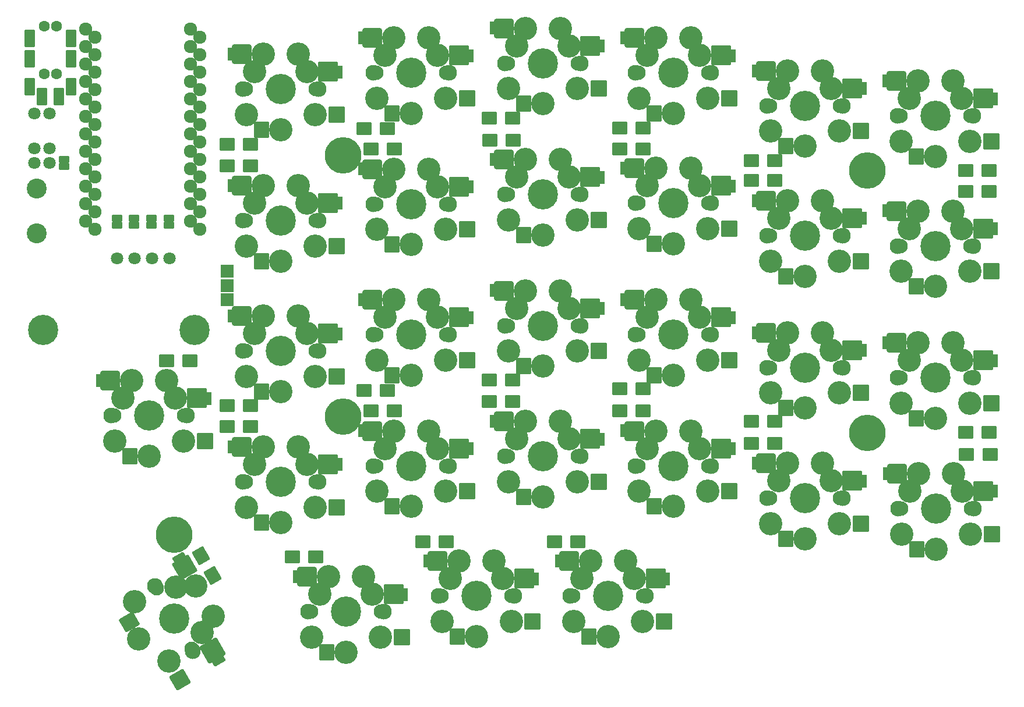
<source format=gbr>
%TF.GenerationSoftware,KiCad,Pcbnew,7.0.11-2.fc39*%
%TF.CreationDate,2024-05-11T16:30:22+02:00*%
%TF.ProjectId,Lily58_Pro,4c696c79-3538-45f5-9072-6f2e6b696361,rev?*%
%TF.SameCoordinates,Original*%
%TF.FileFunction,Soldermask,Top*%
%TF.FilePolarity,Negative*%
%FSLAX46Y46*%
G04 Gerber Fmt 4.6, Leading zero omitted, Abs format (unit mm)*
G04 Created by KiCad (PCBNEW 7.0.11-2.fc39) date 2024-05-11 16:30:22*
%MOMM*%
%LPD*%
G01*
G04 APERTURE LIST*
G04 Aperture macros list*
%AMRoundRect*
0 Rectangle with rounded corners*
0 $1 Rounding radius*
0 $2 $3 $4 $5 $6 $7 $8 $9 X,Y pos of 4 corners*
0 Add a 4 corners polygon primitive as box body*
4,1,4,$2,$3,$4,$5,$6,$7,$8,$9,$2,$3,0*
0 Add four circle primitives for the rounded corners*
1,1,$1+$1,$2,$3*
1,1,$1+$1,$4,$5*
1,1,$1+$1,$6,$7*
1,1,$1+$1,$8,$9*
0 Add four rect primitives between the rounded corners*
20,1,$1+$1,$2,$3,$4,$5,0*
20,1,$1+$1,$4,$5,$6,$7,0*
20,1,$1+$1,$6,$7,$8,$9,0*
20,1,$1+$1,$8,$9,$2,$3,0*%
G04 Aperture macros list end*
%ADD10C,1.600000*%
%ADD11RoundRect,0.200000X-0.600000X-1.050000X0.600000X-1.050000X0.600000X1.050000X-0.600000X1.050000X0*%
%ADD12RoundRect,0.200000X0.762000X0.762000X-0.762000X0.762000X-0.762000X-0.762000X0.762000X-0.762000X0*%
%ADD13RoundRect,0.200000X-0.762000X0.762000X-0.762000X-0.762000X0.762000X-0.762000X0.762000X0.762000X0*%
%ADD14RoundRect,0.200000X-0.824519X-0.071891X-0.474519X-0.678109X0.824519X0.071891X0.474519X0.678109X0*%
%ADD15C,3.400000*%
%ADD16RoundRect,0.200000X1.639230X-0.439230X0.439230X1.639230X-1.639230X0.439230X-0.439230X-1.639230X0*%
%ADD17RoundRect,0.200000X1.707532X-0.457532X0.457532X1.707532X-1.707532X0.457532X-0.457532X-1.707532X0*%
%ADD18C,0.500000*%
%ADD19RoundRect,0.200000X1.316025X-0.279423X0.416025X1.279423X-1.316025X0.279423X-0.416025X-1.279423X0*%
%ADD20RoundRect,0.200000X1.366025X-0.366025X0.366025X1.366025X-1.366025X0.366025X-0.366025X-1.366025X0*%
%ADD21C,4.400000*%
%ADD22C,2.300000*%
%ADD23C,2.100000*%
%ADD24RoundRect,0.200000X-0.350000X-0.750000X0.350000X-0.750000X0.350000X0.750000X-0.350000X0.750000X0*%
%ADD25RoundRect,0.200000X1.200000X1.200000X-1.200000X1.200000X-1.200000X-1.200000X1.200000X-1.200000X0*%
%ADD26RoundRect,0.200000X1.250000X1.250000X-1.250000X1.250000X-1.250000X-1.250000X1.250000X-1.250000X0*%
%ADD27RoundRect,0.200000X0.900000X1.000000X-0.900000X1.000000X-0.900000X-1.000000X0.900000X-1.000000X0*%
%ADD28RoundRect,0.200000X1.000000X1.000000X-1.000000X1.000000X-1.000000X-1.000000X1.000000X-1.000000X0*%
%ADD29C,1.924000*%
%ADD30C,5.300000*%
%ADD31C,1.797000*%
%ADD32RoundRect,0.200000X0.571500X-0.317500X0.571500X0.317500X-0.571500X0.317500X-0.571500X-0.317500X0*%
%ADD33C,2.900000*%
%ADD34RoundRect,0.200000X0.190500X0.190500X-0.190500X0.190500X-0.190500X-0.190500X0.190500X-0.190500X0*%
%ADD35RoundRect,0.200000X-0.900000X-0.750000X0.900000X-0.750000X0.900000X0.750000X-0.900000X0.750000X0*%
%ADD36RoundRect,0.200000X-1.099519X0.404423X-0.199519X-1.154423X1.099519X-0.404423X0.199519X1.154423X0*%
G04 APERTURE END LIST*
D10*
%TO.C,J2*%
X86150000Y-47800000D03*
X86150000Y-40800000D03*
D11*
X84050000Y-49600000D03*
X88250000Y-51100000D03*
X84050000Y-42600000D03*
X84050000Y-45600000D03*
D10*
X87900000Y-40800000D03*
X87900000Y-47800000D03*
D11*
X90000000Y-42600000D03*
X90000000Y-45600000D03*
X90000000Y-49600000D03*
X85800000Y-51100000D03*
%TD*%
D12*
%TO.C,J1*%
X112700000Y-76500000D03*
X112700000Y-78600000D03*
D13*
X112700000Y-80600000D03*
%TD*%
D14*
%TO.C,SW26*%
X105816730Y-118214617D03*
X111415064Y-133111216D03*
D15*
X109104705Y-129029557D03*
D16*
X106549409Y-119523655D03*
D15*
X109104705Y-129029557D03*
X108129409Y-122260295D03*
D17*
X110649705Y-131705575D03*
D18*
X109146846Y-129022547D03*
D15*
X104295706Y-133180127D03*
D19*
X98490450Y-127525129D03*
D20*
X105845706Y-135864806D03*
D15*
X99295706Y-124519873D03*
X99890450Y-129950000D03*
D18*
X105321846Y-122397453D03*
D15*
X110669409Y-126659705D03*
D21*
X105000000Y-127000000D03*
D22*
X102250000Y-122236860D03*
X107750000Y-131763140D03*
D23*
X107540000Y-131399409D03*
X102460000Y-122600591D03*
D15*
X105294705Y-122430443D03*
%TD*%
D24*
%TO.C,SW29*%
X160900000Y-118650000D03*
X176600000Y-121250000D03*
D15*
X171910000Y-121210000D03*
D25*
X162400000Y-118670000D03*
D15*
X171910000Y-121210000D03*
X165560000Y-118670000D03*
D26*
X175000000Y-121209999D03*
D18*
X171925000Y-121170000D03*
D15*
X173100000Y-127450000D03*
D27*
X165300000Y-129650000D03*
D28*
X176200000Y-127450000D03*
D15*
X163100000Y-127450000D03*
X168100000Y-129650000D03*
D18*
X164275000Y-121170000D03*
D15*
X170640000Y-118670000D03*
D21*
X168100000Y-123750000D03*
D22*
X162600000Y-123750000D03*
X173600000Y-123750000D03*
D23*
X173180000Y-123750000D03*
X163020000Y-123750000D03*
D15*
X164290000Y-121209999D03*
%TD*%
D24*
%TO.C,SW28*%
X141800000Y-118650000D03*
X157500000Y-121250000D03*
D15*
X152810000Y-121210000D03*
D25*
X143300000Y-118670000D03*
D15*
X152810000Y-121210000D03*
X146460000Y-118670000D03*
D26*
X155900000Y-121209999D03*
D18*
X152825000Y-121170000D03*
D15*
X154000000Y-127450000D03*
D27*
X146200000Y-129650000D03*
D28*
X157100000Y-127450000D03*
D15*
X144000000Y-127450000D03*
X149000000Y-129650000D03*
D18*
X145175000Y-121170000D03*
D15*
X151540000Y-118670000D03*
D21*
X149000000Y-123750000D03*
D22*
X143500000Y-123750000D03*
X154500000Y-123750000D03*
D23*
X154080000Y-123750000D03*
X143920000Y-123750000D03*
D15*
X145190000Y-121209999D03*
%TD*%
D24*
%TO.C,SW27*%
X122800000Y-120900000D03*
X138500000Y-123500000D03*
D15*
X133810000Y-123460000D03*
D25*
X124300000Y-120920000D03*
D15*
X133810000Y-123460000D03*
X127460000Y-120920000D03*
D26*
X136900000Y-123459999D03*
D18*
X133825000Y-123420000D03*
D15*
X135000000Y-129700000D03*
D27*
X127200000Y-131900000D03*
D28*
X138100000Y-129700000D03*
D15*
X125000000Y-129700000D03*
X130000000Y-131900000D03*
D18*
X126175000Y-123420000D03*
D15*
X132540000Y-120920000D03*
D21*
X130000000Y-126000000D03*
D22*
X124500000Y-126000000D03*
X135500000Y-126000000D03*
D23*
X135080000Y-126000000D03*
X124920000Y-126000000D03*
D15*
X126190000Y-123459999D03*
%TD*%
D24*
%TO.C,SW25*%
X94200000Y-92400000D03*
X109900000Y-95000000D03*
D15*
X105210000Y-94960000D03*
D25*
X95700000Y-92420000D03*
D15*
X105210000Y-94960000D03*
X98860000Y-92420000D03*
D26*
X108300000Y-94959999D03*
D18*
X105225000Y-94920000D03*
D15*
X106400000Y-101200000D03*
D27*
X98600000Y-103400000D03*
D28*
X109500000Y-101200000D03*
D15*
X96400000Y-101200000D03*
X101400000Y-103400000D03*
D18*
X97575000Y-94920000D03*
D15*
X103940000Y-92420000D03*
D21*
X101400000Y-97500000D03*
D22*
X95900000Y-97500000D03*
X106900000Y-97500000D03*
D23*
X106480000Y-97500000D03*
X96320000Y-97500000D03*
D15*
X97590000Y-94959999D03*
%TD*%
D24*
%TO.C,SW24*%
X208550000Y-105900000D03*
X224250000Y-108500000D03*
D15*
X219560000Y-108460000D03*
D25*
X210050000Y-105920000D03*
D15*
X219560000Y-108460000D03*
X213210000Y-105920000D03*
D26*
X222650000Y-108459999D03*
D18*
X219575000Y-108420000D03*
D15*
X220750000Y-114700000D03*
D27*
X212950000Y-116900000D03*
D28*
X223850000Y-114700000D03*
D15*
X210750000Y-114700000D03*
X215750000Y-116900000D03*
D18*
X211925000Y-108420000D03*
D15*
X218290000Y-105920000D03*
D21*
X215750000Y-111000000D03*
D22*
X210250000Y-111000000D03*
X221250000Y-111000000D03*
D23*
X220830000Y-111000000D03*
X210670000Y-111000000D03*
D15*
X211940000Y-108459999D03*
%TD*%
D24*
%TO.C,SW23*%
X189500000Y-104400000D03*
X205200000Y-107000000D03*
D15*
X200510000Y-106960000D03*
D25*
X191000000Y-104420000D03*
D15*
X200510000Y-106960000D03*
X194160000Y-104420000D03*
D26*
X203600000Y-106959999D03*
D18*
X200525000Y-106920000D03*
D15*
X201700000Y-113200000D03*
D27*
X193900000Y-115400000D03*
D28*
X204800000Y-113200000D03*
D15*
X191700000Y-113200000D03*
X196700000Y-115400000D03*
D18*
X192875000Y-106920000D03*
D15*
X199240000Y-104420000D03*
D21*
X196700000Y-109500000D03*
D22*
X191200000Y-109500000D03*
X202200000Y-109500000D03*
D23*
X201780000Y-109500000D03*
X191620000Y-109500000D03*
D15*
X192890000Y-106959999D03*
%TD*%
D24*
%TO.C,SW22*%
X170400000Y-99700000D03*
X186100000Y-102300000D03*
D15*
X181410000Y-102260000D03*
D25*
X171900000Y-99720000D03*
D15*
X181410000Y-102260000D03*
X175060000Y-99720000D03*
D26*
X184500000Y-102259999D03*
D18*
X181425000Y-102220000D03*
D15*
X182600000Y-108500000D03*
D27*
X174800000Y-110700000D03*
D28*
X185700000Y-108500000D03*
D15*
X172600000Y-108500000D03*
X177600000Y-110700000D03*
D18*
X173775000Y-102220000D03*
D15*
X180140000Y-99720000D03*
D21*
X177600000Y-104800000D03*
D22*
X172100000Y-104800000D03*
X183100000Y-104800000D03*
D23*
X182680000Y-104800000D03*
X172520000Y-104800000D03*
D15*
X173790000Y-102259999D03*
%TD*%
D24*
%TO.C,SW21*%
X151400000Y-98300000D03*
X167100000Y-100900000D03*
D15*
X162410000Y-100860000D03*
D25*
X152900000Y-98320000D03*
D15*
X162410000Y-100860000D03*
X156060000Y-98320000D03*
D26*
X165500000Y-100859999D03*
D18*
X162425000Y-100820000D03*
D15*
X163600000Y-107100000D03*
D27*
X155800000Y-109300000D03*
D28*
X166700000Y-107100000D03*
D15*
X153600000Y-107100000D03*
X158600000Y-109300000D03*
D18*
X154775000Y-100820000D03*
D15*
X161140000Y-98320000D03*
D21*
X158600000Y-103400000D03*
D22*
X153100000Y-103400000D03*
X164100000Y-103400000D03*
D23*
X163680000Y-103400000D03*
X153520000Y-103400000D03*
D15*
X154790000Y-100859999D03*
%TD*%
D24*
%TO.C,SW20*%
X132300000Y-99700000D03*
X148000000Y-102300000D03*
D15*
X143310000Y-102260000D03*
D25*
X133800000Y-99720000D03*
D15*
X143310000Y-102260000D03*
X136960000Y-99720000D03*
D26*
X146400000Y-102259999D03*
D18*
X143325000Y-102220000D03*
D15*
X144500000Y-108500000D03*
D27*
X136700000Y-110700000D03*
D28*
X147600000Y-108500000D03*
D15*
X134500000Y-108500000D03*
X139500000Y-110700000D03*
D18*
X135675000Y-102220000D03*
D15*
X142040000Y-99720000D03*
D21*
X139500000Y-104800000D03*
D22*
X134000000Y-104800000D03*
X145000000Y-104800000D03*
D23*
X144580000Y-104800000D03*
X134420000Y-104800000D03*
D15*
X135690000Y-102259999D03*
%TD*%
D24*
%TO.C,SW19*%
X113300000Y-102000000D03*
X129000000Y-104600000D03*
D15*
X124310000Y-104560000D03*
D25*
X114800000Y-102020000D03*
D15*
X124310000Y-104560000D03*
X117960000Y-102020000D03*
D26*
X127400000Y-104559999D03*
D18*
X124325000Y-104520000D03*
D15*
X125500000Y-110800000D03*
D27*
X117700000Y-113000000D03*
D28*
X128600000Y-110800000D03*
D15*
X115500000Y-110800000D03*
X120500000Y-113000000D03*
D18*
X116675000Y-104520000D03*
D15*
X123040000Y-102020000D03*
D21*
X120500000Y-107100000D03*
D22*
X115000000Y-107100000D03*
X126000000Y-107100000D03*
D23*
X125580000Y-107100000D03*
X115420000Y-107100000D03*
D15*
X116690000Y-104559999D03*
%TD*%
D24*
%TO.C,SW18*%
X208500000Y-86900000D03*
X224200000Y-89500000D03*
D15*
X219510000Y-89460000D03*
D25*
X210000000Y-86920000D03*
D15*
X219510000Y-89460000D03*
X213160000Y-86920000D03*
D26*
X222600000Y-89459999D03*
D18*
X219525000Y-89420000D03*
D15*
X220700000Y-95700000D03*
D27*
X212900000Y-97900000D03*
D28*
X223800000Y-95700000D03*
D15*
X210700000Y-95700000D03*
X215700000Y-97900000D03*
D18*
X211875000Y-89420000D03*
D15*
X218240000Y-86920000D03*
D21*
X215700000Y-92000000D03*
D22*
X210200000Y-92000000D03*
X221200000Y-92000000D03*
D23*
X220780000Y-92000000D03*
X210620000Y-92000000D03*
D15*
X211890000Y-89459999D03*
%TD*%
D24*
%TO.C,SW17*%
X189500000Y-85400000D03*
X205200000Y-88000000D03*
D15*
X200510000Y-87960000D03*
D25*
X191000000Y-85420000D03*
D15*
X200510000Y-87960000D03*
X194160000Y-85420000D03*
D26*
X203600000Y-87959999D03*
D18*
X200525000Y-87920000D03*
D15*
X201700000Y-94200000D03*
D27*
X193900000Y-96400000D03*
D28*
X204800000Y-94200000D03*
D15*
X191700000Y-94200000D03*
X196700000Y-96400000D03*
D18*
X192875000Y-87920000D03*
D15*
X199240000Y-85420000D03*
D21*
X196700000Y-90500000D03*
D22*
X191200000Y-90500000D03*
X202200000Y-90500000D03*
D23*
X201780000Y-90500000D03*
X191620000Y-90500000D03*
D15*
X192890000Y-87959999D03*
%TD*%
D24*
%TO.C,SW16*%
X170400000Y-80600000D03*
X186100000Y-83200000D03*
D15*
X181410000Y-83160000D03*
D25*
X171900000Y-80620000D03*
D15*
X181410000Y-83160000D03*
X175060000Y-80620000D03*
D26*
X184500000Y-83159999D03*
D18*
X181425000Y-83120000D03*
D15*
X182600000Y-89400000D03*
D27*
X174800000Y-91600000D03*
D28*
X185700000Y-89400000D03*
D15*
X172600000Y-89400000D03*
X177600000Y-91600000D03*
D18*
X173775000Y-83120000D03*
D15*
X180140000Y-80620000D03*
D21*
X177600000Y-85700000D03*
D22*
X172100000Y-85700000D03*
X183100000Y-85700000D03*
D23*
X182680000Y-85700000D03*
X172520000Y-85700000D03*
D15*
X173790000Y-83159999D03*
%TD*%
D24*
%TO.C,SW15*%
X151400000Y-79300000D03*
X167100000Y-81900000D03*
D15*
X162410000Y-81860000D03*
D25*
X152900000Y-79320000D03*
D15*
X162410000Y-81860000D03*
X156060000Y-79320000D03*
D26*
X165500000Y-81859999D03*
D18*
X162425000Y-81820000D03*
D15*
X163600000Y-88100000D03*
D27*
X155800000Y-90300000D03*
D28*
X166700000Y-88100000D03*
D15*
X153600000Y-88100000D03*
X158600000Y-90300000D03*
D18*
X154775000Y-81820000D03*
D15*
X161140000Y-79320000D03*
D21*
X158600000Y-84400000D03*
D22*
X153100000Y-84400000D03*
X164100000Y-84400000D03*
D23*
X163680000Y-84400000D03*
X153520000Y-84400000D03*
D15*
X154790000Y-81859999D03*
%TD*%
D24*
%TO.C,SW14*%
X132300000Y-80600000D03*
X148000000Y-83200000D03*
D15*
X143310000Y-83160000D03*
D25*
X133800000Y-80620000D03*
D15*
X143310000Y-83160000D03*
X136960000Y-80620000D03*
D26*
X146400000Y-83159999D03*
D18*
X143325000Y-83120000D03*
D15*
X144500000Y-89400000D03*
D27*
X136700000Y-91600000D03*
D28*
X147600000Y-89400000D03*
D15*
X134500000Y-89400000D03*
X139500000Y-91600000D03*
D18*
X135675000Y-83120000D03*
D15*
X142040000Y-80620000D03*
D21*
X139500000Y-85700000D03*
D22*
X134000000Y-85700000D03*
X145000000Y-85700000D03*
D23*
X144580000Y-85700000D03*
X134420000Y-85700000D03*
D15*
X135690000Y-83159999D03*
%TD*%
D24*
%TO.C,SW13*%
X113300000Y-83000000D03*
X129000000Y-85600000D03*
D15*
X124310000Y-85560000D03*
D25*
X114800000Y-83020000D03*
D15*
X124310000Y-85560000D03*
X117960000Y-83020000D03*
D26*
X127400000Y-85559999D03*
D18*
X124325000Y-85520000D03*
D15*
X125500000Y-91800000D03*
D27*
X117700000Y-94000000D03*
D28*
X128600000Y-91800000D03*
D15*
X115500000Y-91800000D03*
X120500000Y-94000000D03*
D18*
X116675000Y-85520000D03*
D15*
X123040000Y-83020000D03*
D21*
X120500000Y-88100000D03*
D22*
X115000000Y-88100000D03*
X126000000Y-88100000D03*
D23*
X125580000Y-88100000D03*
X115420000Y-88100000D03*
D15*
X116690000Y-85559999D03*
%TD*%
D24*
%TO.C,SW12*%
X208500000Y-67700000D03*
X224200000Y-70300000D03*
D15*
X219510000Y-70260000D03*
D25*
X210000000Y-67720000D03*
D15*
X219510000Y-70260000D03*
X213160000Y-67720000D03*
D26*
X222600000Y-70259999D03*
D18*
X219525000Y-70220000D03*
D15*
X220700000Y-76500000D03*
D27*
X212900000Y-78700000D03*
D28*
X223800000Y-76500000D03*
D15*
X210700000Y-76500000D03*
X215700000Y-78700000D03*
D18*
X211875000Y-70220000D03*
D15*
X218240000Y-67720000D03*
D21*
X215700000Y-72800000D03*
D22*
X210200000Y-72800000D03*
X221200000Y-72800000D03*
D23*
X220780000Y-72800000D03*
X210620000Y-72800000D03*
D15*
X211890000Y-70259999D03*
%TD*%
D24*
%TO.C,SW11*%
X189500000Y-66200000D03*
X205200000Y-68800000D03*
D15*
X200510000Y-68760000D03*
D25*
X191000000Y-66220000D03*
D15*
X200510000Y-68760000D03*
X194160000Y-66220000D03*
D26*
X203600000Y-68759999D03*
D18*
X200525000Y-68720000D03*
D15*
X201700000Y-75000000D03*
D27*
X193900000Y-77200000D03*
D28*
X204800000Y-75000000D03*
D15*
X191700000Y-75000000D03*
X196700000Y-77200000D03*
D18*
X192875000Y-68720000D03*
D15*
X199240000Y-66220000D03*
D21*
X196700000Y-71300000D03*
D22*
X191200000Y-71300000D03*
X202200000Y-71300000D03*
D23*
X201780000Y-71300000D03*
X191620000Y-71300000D03*
D15*
X192890000Y-68759999D03*
%TD*%
D24*
%TO.C,SW10*%
X170400000Y-61500000D03*
X186100000Y-64100000D03*
D15*
X181410000Y-64060000D03*
D25*
X171900000Y-61520000D03*
D15*
X181410000Y-64060000D03*
X175060000Y-61520000D03*
D26*
X184500000Y-64059999D03*
D18*
X181425000Y-64020000D03*
D15*
X182600000Y-70300000D03*
D27*
X174800000Y-72500000D03*
D28*
X185700000Y-70300000D03*
D15*
X172600000Y-70300000D03*
X177600000Y-72500000D03*
D18*
X173775000Y-64020000D03*
D15*
X180140000Y-61520000D03*
D21*
X177600000Y-66600000D03*
D22*
X172100000Y-66600000D03*
X183100000Y-66600000D03*
D23*
X182680000Y-66600000D03*
X172520000Y-66600000D03*
D15*
X173790000Y-64059999D03*
%TD*%
D24*
%TO.C,SW9*%
X151400000Y-60200000D03*
X167100000Y-62800000D03*
D15*
X162410000Y-62760000D03*
D25*
X152900000Y-60220000D03*
D15*
X162410000Y-62760000D03*
X156060000Y-60220000D03*
D26*
X165500000Y-62759999D03*
D18*
X162425000Y-62720000D03*
D15*
X163600000Y-69000000D03*
D27*
X155800000Y-71200000D03*
D28*
X166700000Y-69000000D03*
D15*
X153600000Y-69000000D03*
X158600000Y-71200000D03*
D18*
X154775000Y-62720000D03*
D15*
X161140000Y-60220000D03*
D21*
X158600000Y-65300000D03*
D22*
X153100000Y-65300000D03*
X164100000Y-65300000D03*
D23*
X163680000Y-65300000D03*
X153520000Y-65300000D03*
D15*
X154790000Y-62759999D03*
%TD*%
D24*
%TO.C,SW8*%
X132300000Y-61600000D03*
X148000000Y-64200000D03*
D15*
X143310000Y-64160000D03*
D25*
X133800000Y-61620000D03*
D15*
X143310000Y-64160000D03*
X136960000Y-61620000D03*
D26*
X146400000Y-64159999D03*
D18*
X143325000Y-64120000D03*
D15*
X144500000Y-70400000D03*
D27*
X136700000Y-72600000D03*
D28*
X147600000Y-70400000D03*
D15*
X134500000Y-70400000D03*
X139500000Y-72600000D03*
D18*
X135675000Y-64120000D03*
D15*
X142040000Y-61620000D03*
D21*
X139500000Y-66700000D03*
D22*
X134000000Y-66700000D03*
X145000000Y-66700000D03*
D23*
X144580000Y-66700000D03*
X134420000Y-66700000D03*
D15*
X135690000Y-64159999D03*
%TD*%
D24*
%TO.C,SW7*%
X113300000Y-64000000D03*
X129000000Y-66600000D03*
D15*
X124310000Y-66560000D03*
D25*
X114800000Y-64020000D03*
D15*
X124310000Y-66560000D03*
X117960000Y-64020000D03*
D26*
X127400000Y-66559999D03*
D18*
X124325000Y-66520000D03*
D15*
X125500000Y-72800000D03*
D27*
X117700000Y-75000000D03*
D28*
X128600000Y-72800000D03*
D15*
X115500000Y-72800000D03*
X120500000Y-75000000D03*
D18*
X116675000Y-66520000D03*
D15*
X123040000Y-64020000D03*
D21*
X120500000Y-69100000D03*
D22*
X115000000Y-69100000D03*
X126000000Y-69100000D03*
D23*
X125580000Y-69100000D03*
X115420000Y-69100000D03*
D15*
X116690000Y-66559999D03*
%TD*%
D24*
%TO.C,SW6*%
X208500000Y-48800000D03*
X224200000Y-51400000D03*
D15*
X219510000Y-51360000D03*
D25*
X210000000Y-48820000D03*
D15*
X219510000Y-51360000D03*
X213160000Y-48820000D03*
D26*
X222600000Y-51359999D03*
D18*
X219525000Y-51320000D03*
D15*
X220700000Y-57600000D03*
D27*
X212900000Y-59800000D03*
D28*
X223800000Y-57600000D03*
D15*
X210700000Y-57600000D03*
X215700000Y-59800000D03*
D18*
X211875000Y-51320000D03*
D15*
X218240000Y-48820000D03*
D21*
X215700000Y-53900000D03*
D22*
X210200000Y-53900000D03*
X221200000Y-53900000D03*
D23*
X220780000Y-53900000D03*
X210620000Y-53900000D03*
D15*
X211890000Y-51359999D03*
%TD*%
D24*
%TO.C,SW5*%
X189500000Y-47300000D03*
X205200000Y-49900000D03*
D15*
X200510000Y-49860000D03*
D25*
X191000000Y-47320000D03*
D15*
X200510000Y-49860000D03*
X194160000Y-47320000D03*
D26*
X203600000Y-49859999D03*
D18*
X200525000Y-49820000D03*
D15*
X201700000Y-56100000D03*
D27*
X193900000Y-58300000D03*
D28*
X204800000Y-56100000D03*
D15*
X191700000Y-56100000D03*
X196700000Y-58300000D03*
D18*
X192875000Y-49820000D03*
D15*
X199240000Y-47320000D03*
D21*
X196700000Y-52400000D03*
D22*
X191200000Y-52400000D03*
X202200000Y-52400000D03*
D23*
X201780000Y-52400000D03*
X191620000Y-52400000D03*
D15*
X192890000Y-49859999D03*
%TD*%
D24*
%TO.C,SW4*%
X170400000Y-42500000D03*
X186100000Y-45100000D03*
D15*
X181410000Y-45060000D03*
D25*
X171900000Y-42520000D03*
D15*
X181410000Y-45060000D03*
X175060000Y-42520000D03*
D26*
X184500000Y-45059999D03*
D18*
X181425000Y-45020000D03*
D15*
X182600000Y-51300000D03*
D27*
X174800000Y-53500000D03*
D28*
X185700000Y-51300000D03*
D15*
X172600000Y-51300000D03*
X177600000Y-53500000D03*
D18*
X173775000Y-45020000D03*
D15*
X180140000Y-42520000D03*
D21*
X177600000Y-47600000D03*
D22*
X172100000Y-47600000D03*
X183100000Y-47600000D03*
D23*
X182680000Y-47600000D03*
X172520000Y-47600000D03*
D15*
X173790000Y-45059999D03*
%TD*%
D24*
%TO.C,SW3*%
X151400000Y-41110000D03*
X167100000Y-43710000D03*
D15*
X162410000Y-43670000D03*
D25*
X152900000Y-41130000D03*
D15*
X162410000Y-43670000D03*
X156060000Y-41130000D03*
D26*
X165500000Y-43669999D03*
D18*
X162425000Y-43630000D03*
D15*
X163600000Y-49910000D03*
D27*
X155800000Y-52110000D03*
D28*
X166700000Y-49910000D03*
D15*
X153600000Y-49910000D03*
X158600000Y-52110000D03*
D18*
X154775000Y-43630000D03*
D15*
X161140000Y-41130000D03*
D21*
X158600000Y-46210000D03*
D22*
X153100000Y-46210000D03*
X164100000Y-46210000D03*
D23*
X163680000Y-46210000D03*
X153520000Y-46210000D03*
D15*
X154790000Y-43669999D03*
%TD*%
D24*
%TO.C,SW2*%
X132300000Y-42500000D03*
X148000000Y-45100000D03*
D15*
X143310000Y-45060000D03*
D25*
X133800000Y-42520000D03*
D15*
X143310000Y-45060000D03*
X136960000Y-42520000D03*
D26*
X146400000Y-45059999D03*
D18*
X143325000Y-45020000D03*
D15*
X144500000Y-51300000D03*
D27*
X136700000Y-53500000D03*
D28*
X147600000Y-51300000D03*
D15*
X134500000Y-51300000D03*
X139500000Y-53500000D03*
D18*
X135675000Y-45020000D03*
D15*
X142040000Y-42520000D03*
D21*
X139500000Y-47600000D03*
D22*
X134000000Y-47600000D03*
X145000000Y-47600000D03*
D23*
X144580000Y-47600000D03*
X134420000Y-47600000D03*
D15*
X135690000Y-45059999D03*
%TD*%
D24*
%TO.C,SW1*%
X113300000Y-44900000D03*
X129000000Y-47500000D03*
D15*
X124310000Y-47460000D03*
D25*
X114800000Y-44920000D03*
D15*
X124310000Y-47460000D03*
X117960000Y-44920000D03*
D26*
X127400000Y-47459999D03*
D18*
X124325000Y-47420000D03*
D15*
X125500000Y-53700000D03*
D27*
X117700000Y-55900000D03*
D28*
X128600000Y-53700000D03*
D15*
X115500000Y-53700000D03*
X120500000Y-55900000D03*
D18*
X116675000Y-47420000D03*
D15*
X123040000Y-44920000D03*
D21*
X120500000Y-50000000D03*
D22*
X115000000Y-50000000D03*
X126000000Y-50000000D03*
D23*
X125580000Y-50000000D03*
X115420000Y-50000000D03*
D15*
X116690000Y-47459999D03*
%TD*%
D29*
%TO.C,U1*%
X107420000Y-41230000D03*
X107420000Y-43770000D03*
X107420000Y-46310000D03*
X107420000Y-48850000D03*
X107420000Y-51390000D03*
X107420000Y-53930000D03*
X107420000Y-56470000D03*
X107420000Y-59010000D03*
X107420000Y-61550000D03*
X107420000Y-64090000D03*
X107420000Y-66630000D03*
X107420000Y-69170000D03*
X92180000Y-69170000D03*
X92180000Y-66630000D03*
X92180000Y-64090000D03*
X92180000Y-61550000D03*
X92180000Y-59010000D03*
X92180000Y-56470000D03*
X92180000Y-53930000D03*
X92180000Y-51390000D03*
X92180000Y-48850000D03*
X92180000Y-46310000D03*
X92180000Y-43770000D03*
X92180000Y-41230000D03*
X108718815Y-52585745D03*
X108718815Y-57665745D03*
X93478815Y-42425745D03*
X108718815Y-44965745D03*
X108718815Y-67825745D03*
X93478815Y-70365745D03*
X108718815Y-60205745D03*
X108718815Y-62745745D03*
X93478815Y-60205745D03*
X93478815Y-65285745D03*
X93478815Y-52585745D03*
X93478815Y-50045745D03*
X93478815Y-44965745D03*
X93478815Y-55125745D03*
X108718815Y-70365745D03*
X93478815Y-62745745D03*
X108718815Y-42425745D03*
X108718815Y-47505745D03*
X93478815Y-67825745D03*
X108718815Y-50045745D03*
X108718815Y-55125745D03*
X93478815Y-57665745D03*
X108718815Y-65285745D03*
X93478815Y-47505745D03*
%TD*%
D30*
%TO.C,TH3*%
X129600000Y-59600000D03*
%TD*%
%TO.C,TH4*%
X205800000Y-61800000D03*
%TD*%
%TO.C,TH5*%
X129600000Y-97600000D03*
%TD*%
%TO.C,TH6*%
X205800000Y-100000000D03*
%TD*%
%TO.C,TH7*%
X105000000Y-114800000D03*
%TD*%
D31*
%TO.C,P1*%
X84700000Y-60700000D03*
%TD*%
%TO.C,P2*%
X86900000Y-60700000D03*
%TD*%
%TO.C,R2*%
X86938035Y-58579272D03*
X86938035Y-53499272D03*
%TD*%
%TO.C,R1*%
X84688035Y-53499272D03*
X84688035Y-58579272D03*
%TD*%
D32*
%TO.C,JP1*%
X104300000Y-68799620D03*
X104300000Y-69800380D03*
%TD*%
%TO.C,JP2*%
X101700000Y-69800380D03*
X101700000Y-68799620D03*
%TD*%
%TO.C,JP3*%
X99200000Y-68799620D03*
X99200000Y-69800380D03*
%TD*%
%TO.C,JP4*%
X96700000Y-69800380D03*
X96700000Y-68799620D03*
%TD*%
D33*
%TO.C,RSW1*%
X85000000Y-70950000D03*
X85000000Y-64450000D03*
%TD*%
D34*
%TO.C,W1*%
X89000000Y-60700000D03*
D32*
X89000000Y-60199620D03*
X89000000Y-61200380D03*
%TD*%
D35*
%TO.C,D1*%
X112700000Y-58000000D03*
X116100000Y-58000000D03*
%TD*%
%TO.C,D2*%
X132600000Y-55700000D03*
X136000000Y-55700000D03*
%TD*%
%TO.C,D3*%
X150800000Y-54200000D03*
X154200000Y-54200000D03*
%TD*%
%TO.C,D4*%
X169800000Y-55600000D03*
X173200000Y-55600000D03*
%TD*%
%TO.C,D5*%
X192300000Y-60400000D03*
X188900000Y-60400000D03*
%TD*%
%TO.C,D6*%
X220100000Y-61800000D03*
X223500000Y-61800000D03*
%TD*%
%TO.C,D7*%
X116100000Y-61100000D03*
X112700000Y-61100000D03*
%TD*%
%TO.C,D8*%
X137000000Y-58700000D03*
X133600000Y-58700000D03*
%TD*%
%TO.C,D9*%
X154300000Y-57400000D03*
X150900000Y-57400000D03*
%TD*%
%TO.C,D10*%
X169800000Y-58700000D03*
X173200000Y-58700000D03*
%TD*%
%TO.C,D11*%
X192300000Y-63300000D03*
X188900000Y-63300000D03*
%TD*%
%TO.C,D12*%
X223500000Y-64900000D03*
X220100000Y-64900000D03*
%TD*%
%TO.C,D13*%
X112700000Y-96000000D03*
X116100000Y-96000000D03*
%TD*%
%TO.C,D14*%
X136000000Y-93800000D03*
X132600000Y-93800000D03*
%TD*%
%TO.C,D15*%
X154200000Y-92300000D03*
X150800000Y-92300000D03*
%TD*%
%TO.C,D16*%
X169800000Y-93600000D03*
X173200000Y-93600000D03*
%TD*%
%TO.C,D17*%
X188900000Y-98300000D03*
X192300000Y-98300000D03*
%TD*%
%TO.C,D18*%
X223500000Y-99900000D03*
X220100000Y-99900000D03*
%TD*%
%TO.C,D19*%
X116100000Y-99100000D03*
X112700000Y-99100000D03*
%TD*%
%TO.C,D20*%
X133600000Y-96800000D03*
X137000000Y-96800000D03*
%TD*%
%TO.C,D21*%
X154200000Y-95400000D03*
X150800000Y-95400000D03*
%TD*%
%TO.C,D22*%
X169800000Y-96800000D03*
X173200000Y-96800000D03*
%TD*%
%TO.C,D23*%
X192300000Y-101500000D03*
X188900000Y-101500000D03*
%TD*%
%TO.C,D24*%
X220200000Y-103100000D03*
X223600000Y-103100000D03*
%TD*%
%TO.C,D25*%
X103900000Y-89500000D03*
X107300000Y-89500000D03*
%TD*%
D36*
%TO.C,D26*%
X110650000Y-120772243D03*
X108950000Y-117827757D03*
%TD*%
D35*
%TO.C,D27*%
X122200000Y-118000000D03*
X125600000Y-118000000D03*
%TD*%
%TO.C,D28*%
X144600000Y-115800000D03*
X141200000Y-115800000D03*
%TD*%
%TO.C,D29*%
X160300000Y-115800000D03*
X163700000Y-115800000D03*
%TD*%
D21*
%TO.C,TH1*%
X86000000Y-85000000D03*
%TD*%
%TO.C,TH2*%
X108000000Y-85000000D03*
%TD*%
D31*
%TO.C,J3*%
X96700000Y-74600000D03*
X99240000Y-74600000D03*
X101780000Y-74600000D03*
X104320000Y-74600000D03*
%TD*%
M02*

</source>
